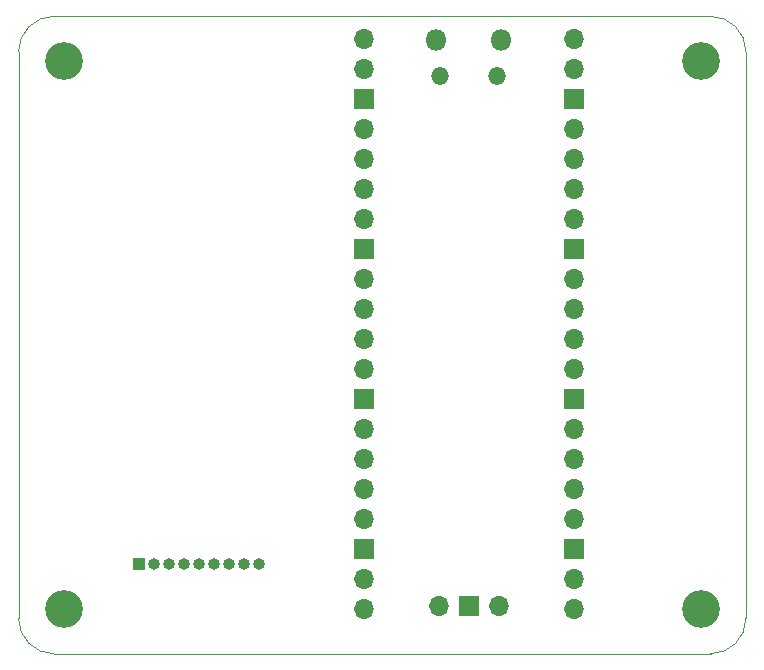
<source format=gbs>
%TF.GenerationSoftware,KiCad,Pcbnew,8.0.3-8.0.3-0~ubuntu22.04.1*%
%TF.CreationDate,2025-12-31T16:49:30+00:00*%
%TF.ProjectId,pixelpusher,70697865-6c70-4757-9368-65722e6b6963,rev?*%
%TF.SameCoordinates,Original*%
%TF.FileFunction,Soldermask,Bot*%
%TF.FilePolarity,Negative*%
%FSLAX46Y46*%
G04 Gerber Fmt 4.6, Leading zero omitted, Abs format (unit mm)*
G04 Created by KiCad (PCBNEW 8.0.3-8.0.3-0~ubuntu22.04.1) date 2025-12-31 16:49:30*
%MOMM*%
%LPD*%
G01*
G04 APERTURE LIST*
%ADD10C,3.200000*%
%ADD11O,1.800000X1.800000*%
%ADD12O,1.500000X1.500000*%
%ADD13O,1.700000X1.700000*%
%ADD14R,1.700000X1.700000*%
%ADD15R,1.000000X1.000000*%
%ADD16O,1.000000X1.000000*%
%TA.AperFunction,Profile*%
%ADD17C,0.050000*%
%TD*%
G04 APERTURE END LIST*
D10*
%TO.C,H1*%
X134620000Y-88265000D03*
%TD*%
%TO.C,H2*%
X188595000Y-88265000D03*
%TD*%
%TO.C,H4*%
X188595000Y-134620000D03*
%TD*%
%TO.C,H3*%
X134620000Y-134620000D03*
%TD*%
D11*
%TO.C,U1*%
X166185000Y-86490000D03*
D12*
X166485000Y-89520000D03*
X171335000Y-89520000D03*
D11*
X171635000Y-86490000D03*
D13*
X160020000Y-86360000D03*
X160020000Y-88900000D03*
D14*
X160020000Y-91440000D03*
D13*
X160020000Y-93980000D03*
X160020000Y-96520000D03*
X160020000Y-99060000D03*
X160020000Y-101600000D03*
D14*
X160020000Y-104140000D03*
D13*
X160020000Y-106680000D03*
X160020000Y-109220000D03*
X160020000Y-111760000D03*
X160020000Y-114300000D03*
D14*
X160020000Y-116840000D03*
D13*
X160020000Y-119380000D03*
X160020000Y-121920000D03*
X160020000Y-124460000D03*
X160020000Y-127000000D03*
D14*
X160020000Y-129540000D03*
D13*
X160020000Y-132080000D03*
X160020000Y-134620000D03*
X177800000Y-134620000D03*
X177800000Y-132080000D03*
D14*
X177800000Y-129540000D03*
D13*
X177800000Y-127000000D03*
X177800000Y-124460000D03*
X177800000Y-121920000D03*
X177800000Y-119380000D03*
D14*
X177800000Y-116840000D03*
D13*
X177800000Y-114300000D03*
X177800000Y-111760000D03*
X177800000Y-109220000D03*
X177800000Y-106680000D03*
D14*
X177800000Y-104140000D03*
D13*
X177800000Y-101600000D03*
X177800000Y-99060000D03*
X177800000Y-96520000D03*
X177800000Y-93980000D03*
D14*
X177800000Y-91440000D03*
D13*
X177800000Y-88900000D03*
X177800000Y-86360000D03*
X166370000Y-134390000D03*
D14*
X168910000Y-134390000D03*
D13*
X171450000Y-134390000D03*
%TD*%
D15*
%TO.C,J1*%
X140970000Y-130810000D03*
D16*
X142240000Y-130810000D03*
X143510000Y-130810000D03*
X144780000Y-130810000D03*
X146050000Y-130810000D03*
X147320000Y-130810000D03*
X148590000Y-130810000D03*
X149860000Y-130810000D03*
X151130000Y-130810000D03*
%TD*%
D17*
X133810000Y-84455000D02*
X189405000Y-84455000D01*
X189405000Y-84455000D02*
G75*
G02*
X192405000Y-87455000I0J-3000000D01*
G01*
X133810000Y-138430000D02*
G75*
G02*
X130810000Y-135430000I0J3000000D01*
G01*
X130810000Y-135430000D02*
X130810000Y-87455000D01*
X192405000Y-135430000D02*
G75*
G02*
X189405000Y-138430000I-3000000J0D01*
G01*
X189405000Y-138430000D02*
X133810000Y-138430000D01*
X192405000Y-87455000D02*
X192405000Y-135430000D01*
X130810000Y-87455000D02*
G75*
G02*
X133810000Y-84455000I3000000J0D01*
G01*
M02*

</source>
